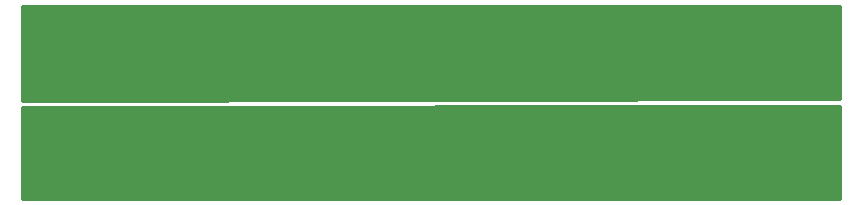
<source format=gbr>
G04 #@! TF.GenerationSoftware,KiCad,Pcbnew,(5.1.4)-1*
G04 #@! TF.CreationDate,2021-02-15T19:13:41-06:00*
G04 #@! TF.ProjectId,CapcitorBreakout,43617063-6974-46f7-9242-7265616b6f75,rev?*
G04 #@! TF.SameCoordinates,Original*
G04 #@! TF.FileFunction,Copper,L2,Bot*
G04 #@! TF.FilePolarity,Positive*
%FSLAX46Y46*%
G04 Gerber Fmt 4.6, Leading zero omitted, Abs format (unit mm)*
G04 Created by KiCad (PCBNEW (5.1.4)-1) date 2021-02-15 19:13:41*
%MOMM*%
%LPD*%
G04 APERTURE LIST*
%ADD10C,5.080000*%
%ADD11C,2.400000*%
%ADD12R,2.400000X2.400000*%
%ADD13C,0.254000*%
G04 APERTURE END LIST*
D10*
X184721500Y-92622000D03*
X184721500Y-84722000D03*
X123571000Y-92646500D03*
X123571000Y-84746500D03*
D11*
X172021500Y-84829000D03*
D12*
X172021500Y-92329000D03*
D11*
X155003500Y-84892500D03*
D12*
X155003500Y-92392500D03*
D11*
X137858500Y-84956000D03*
D12*
X137858500Y-92456000D03*
D13*
G36*
X189840000Y-88329235D02*
G01*
X120548000Y-88454765D01*
X120548000Y-80479500D01*
X189840000Y-80479500D01*
X189840000Y-88329235D01*
X189840000Y-88329235D01*
G37*
X189840000Y-88329235D02*
X120548000Y-88454765D01*
X120548000Y-80479500D01*
X189840000Y-80479500D01*
X189840000Y-88329235D01*
G36*
X189840001Y-96749000D02*
G01*
X120548000Y-96749000D01*
X120548000Y-88994882D01*
X189840001Y-88932118D01*
X189840001Y-96749000D01*
X189840001Y-96749000D01*
G37*
X189840001Y-96749000D02*
X120548000Y-96749000D01*
X120548000Y-88994882D01*
X189840001Y-88932118D01*
X189840001Y-96749000D01*
M02*

</source>
